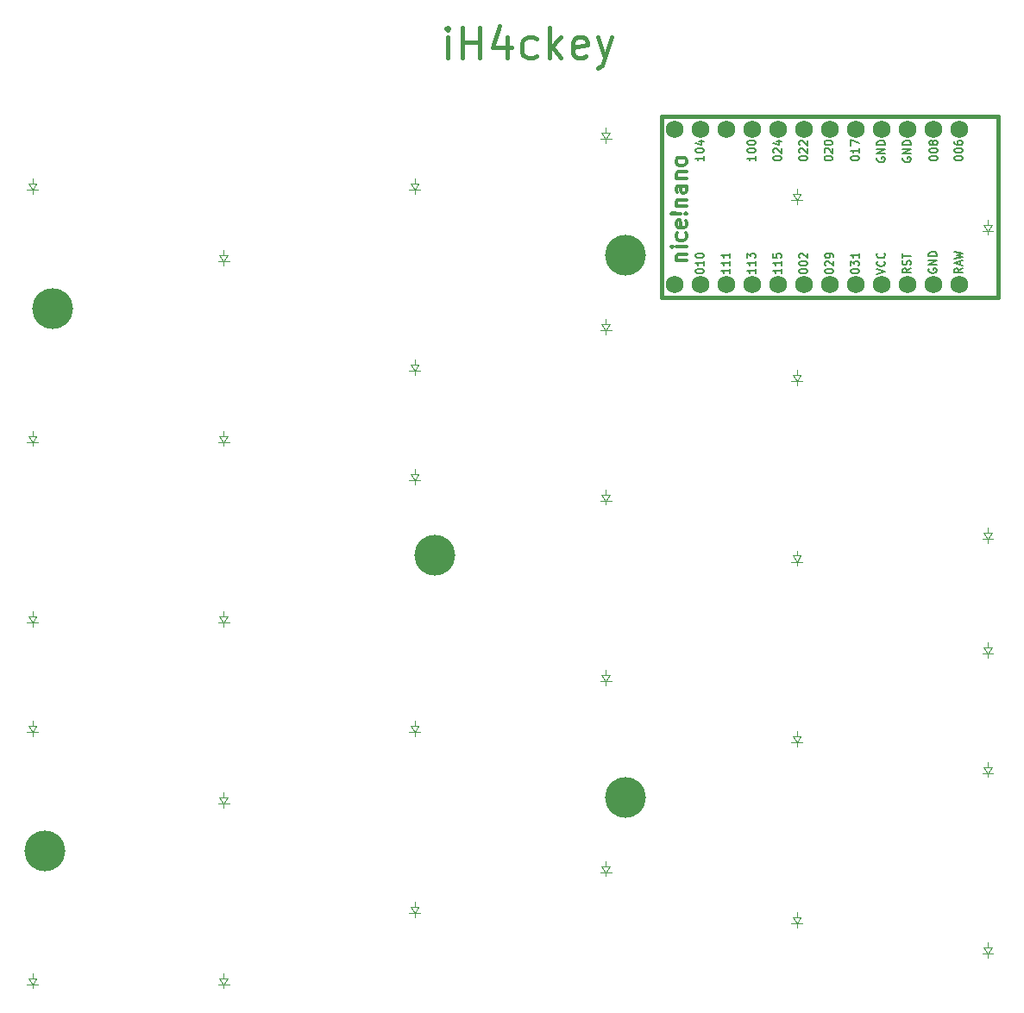
<source format=gbr>
%TF.GenerationSoftware,KiCad,Pcbnew,8.0.7*%
%TF.CreationDate,2025-01-07T16:57:54+01:00*%
%TF.ProjectId,left_finished,6c656674-5f66-4696-9e69-736865642e6b,v1.0.0*%
%TF.SameCoordinates,Original*%
%TF.FileFunction,Legend,Top*%
%TF.FilePolarity,Positive*%
%FSLAX46Y46*%
G04 Gerber Fmt 4.6, Leading zero omitted, Abs format (unit mm)*
G04 Created by KiCad (PCBNEW 8.0.7) date 2025-01-07 16:57:54*
%MOMM*%
%LPD*%
G01*
G04 APERTURE LIST*
%ADD10C,0.400000*%
%ADD11C,0.150000*%
%ADD12C,0.300000*%
%ADD13C,0.100000*%
%ADD14C,0.381000*%
%ADD15C,4.000000*%
%ADD16C,1.752600*%
G04 APERTURE END LIST*
D10*
X148527442Y-62867057D02*
X148527442Y-60867057D01*
X148527442Y-59867057D02*
X148384585Y-60009914D01*
X148384585Y-60009914D02*
X148527442Y-60152771D01*
X148527442Y-60152771D02*
X148670299Y-60009914D01*
X148670299Y-60009914D02*
X148527442Y-59867057D01*
X148527442Y-59867057D02*
X148527442Y-60152771D01*
X149956013Y-62867057D02*
X149956013Y-59867057D01*
X149956013Y-61295628D02*
X151670299Y-61295628D01*
X151670299Y-62867057D02*
X151670299Y-59867057D01*
X154384585Y-60867057D02*
X154384585Y-62867057D01*
X153670299Y-59724200D02*
X152956013Y-61867057D01*
X152956013Y-61867057D02*
X154813156Y-61867057D01*
X157241728Y-62724200D02*
X156956013Y-62867057D01*
X156956013Y-62867057D02*
X156384585Y-62867057D01*
X156384585Y-62867057D02*
X156098870Y-62724200D01*
X156098870Y-62724200D02*
X155956013Y-62581342D01*
X155956013Y-62581342D02*
X155813156Y-62295628D01*
X155813156Y-62295628D02*
X155813156Y-61438485D01*
X155813156Y-61438485D02*
X155956013Y-61152771D01*
X155956013Y-61152771D02*
X156098870Y-61009914D01*
X156098870Y-61009914D02*
X156384585Y-60867057D01*
X156384585Y-60867057D02*
X156956013Y-60867057D01*
X156956013Y-60867057D02*
X157241728Y-61009914D01*
X158527442Y-62867057D02*
X158527442Y-59867057D01*
X158813157Y-61724200D02*
X159670299Y-62867057D01*
X159670299Y-60867057D02*
X158527442Y-62009914D01*
X162098870Y-62724200D02*
X161813156Y-62867057D01*
X161813156Y-62867057D02*
X161241728Y-62867057D01*
X161241728Y-62867057D02*
X160956013Y-62724200D01*
X160956013Y-62724200D02*
X160813156Y-62438485D01*
X160813156Y-62438485D02*
X160813156Y-61295628D01*
X160813156Y-61295628D02*
X160956013Y-61009914D01*
X160956013Y-61009914D02*
X161241728Y-60867057D01*
X161241728Y-60867057D02*
X161813156Y-60867057D01*
X161813156Y-60867057D02*
X162098870Y-61009914D01*
X162098870Y-61009914D02*
X162241728Y-61295628D01*
X162241728Y-61295628D02*
X162241728Y-61581342D01*
X162241728Y-61581342D02*
X160813156Y-61867057D01*
X163241728Y-60867057D02*
X163956014Y-62867057D01*
X164670299Y-60867057D02*
X163956014Y-62867057D01*
X163956014Y-62867057D02*
X163670299Y-63581342D01*
X163670299Y-63581342D02*
X163527442Y-63724200D01*
X163527442Y-63724200D02*
X163241728Y-63867057D01*
D11*
X172882295Y-83837190D02*
X172882295Y-83761000D01*
X172882295Y-83761000D02*
X172920390Y-83684809D01*
X172920390Y-83684809D02*
X172958485Y-83646714D01*
X172958485Y-83646714D02*
X173034676Y-83608619D01*
X173034676Y-83608619D02*
X173187057Y-83570524D01*
X173187057Y-83570524D02*
X173377533Y-83570524D01*
X173377533Y-83570524D02*
X173529914Y-83608619D01*
X173529914Y-83608619D02*
X173606104Y-83646714D01*
X173606104Y-83646714D02*
X173644200Y-83684809D01*
X173644200Y-83684809D02*
X173682295Y-83761000D01*
X173682295Y-83761000D02*
X173682295Y-83837190D01*
X173682295Y-83837190D02*
X173644200Y-83913381D01*
X173644200Y-83913381D02*
X173606104Y-83951476D01*
X173606104Y-83951476D02*
X173529914Y-83989571D01*
X173529914Y-83989571D02*
X173377533Y-84027667D01*
X173377533Y-84027667D02*
X173187057Y-84027667D01*
X173187057Y-84027667D02*
X173034676Y-83989571D01*
X173034676Y-83989571D02*
X172958485Y-83951476D01*
X172958485Y-83951476D02*
X172920390Y-83913381D01*
X172920390Y-83913381D02*
X172882295Y-83837190D01*
X173682295Y-82808619D02*
X173682295Y-83265762D01*
X173682295Y-83037190D02*
X172882295Y-83037190D01*
X172882295Y-83037190D02*
X172996580Y-83113381D01*
X172996580Y-83113381D02*
X173072771Y-83189571D01*
X173072771Y-83189571D02*
X173110866Y-83265762D01*
X172882295Y-82313380D02*
X172882295Y-82237190D01*
X172882295Y-82237190D02*
X172920390Y-82160999D01*
X172920390Y-82160999D02*
X172958485Y-82122904D01*
X172958485Y-82122904D02*
X173034676Y-82084809D01*
X173034676Y-82084809D02*
X173187057Y-82046714D01*
X173187057Y-82046714D02*
X173377533Y-82046714D01*
X173377533Y-82046714D02*
X173529914Y-82084809D01*
X173529914Y-82084809D02*
X173606104Y-82122904D01*
X173606104Y-82122904D02*
X173644200Y-82160999D01*
X173644200Y-82160999D02*
X173682295Y-82237190D01*
X173682295Y-82237190D02*
X173682295Y-82313380D01*
X173682295Y-82313380D02*
X173644200Y-82389571D01*
X173644200Y-82389571D02*
X173606104Y-82427666D01*
X173606104Y-82427666D02*
X173529914Y-82465761D01*
X173529914Y-82465761D02*
X173377533Y-82503857D01*
X173377533Y-82503857D02*
X173187057Y-82503857D01*
X173187057Y-82503857D02*
X173034676Y-82465761D01*
X173034676Y-82465761D02*
X172958485Y-82427666D01*
X172958485Y-82427666D02*
X172920390Y-82389571D01*
X172920390Y-82389571D02*
X172882295Y-82313380D01*
X190700390Y-72648523D02*
X190662295Y-72724713D01*
X190662295Y-72724713D02*
X190662295Y-72838999D01*
X190662295Y-72838999D02*
X190700390Y-72953285D01*
X190700390Y-72953285D02*
X190776580Y-73029475D01*
X190776580Y-73029475D02*
X190852771Y-73067570D01*
X190852771Y-73067570D02*
X191005152Y-73105666D01*
X191005152Y-73105666D02*
X191119438Y-73105666D01*
X191119438Y-73105666D02*
X191271819Y-73067570D01*
X191271819Y-73067570D02*
X191348009Y-73029475D01*
X191348009Y-73029475D02*
X191424200Y-72953285D01*
X191424200Y-72953285D02*
X191462295Y-72838999D01*
X191462295Y-72838999D02*
X191462295Y-72762808D01*
X191462295Y-72762808D02*
X191424200Y-72648523D01*
X191424200Y-72648523D02*
X191386104Y-72610427D01*
X191386104Y-72610427D02*
X191119438Y-72610427D01*
X191119438Y-72610427D02*
X191119438Y-72762808D01*
X191462295Y-72267570D02*
X190662295Y-72267570D01*
X190662295Y-72267570D02*
X191462295Y-71810427D01*
X191462295Y-71810427D02*
X190662295Y-71810427D01*
X191462295Y-71429475D02*
X190662295Y-71429475D01*
X190662295Y-71429475D02*
X190662295Y-71238999D01*
X190662295Y-71238999D02*
X190700390Y-71124713D01*
X190700390Y-71124713D02*
X190776580Y-71048523D01*
X190776580Y-71048523D02*
X190852771Y-71010428D01*
X190852771Y-71010428D02*
X191005152Y-70972332D01*
X191005152Y-70972332D02*
X191119438Y-70972332D01*
X191119438Y-70972332D02*
X191271819Y-71010428D01*
X191271819Y-71010428D02*
X191348009Y-71048523D01*
X191348009Y-71048523D02*
X191424200Y-71124713D01*
X191424200Y-71124713D02*
X191462295Y-71238999D01*
X191462295Y-71238999D02*
X191462295Y-71429475D01*
X195812295Y-72762809D02*
X195812295Y-72686619D01*
X195812295Y-72686619D02*
X195850390Y-72610428D01*
X195850390Y-72610428D02*
X195888485Y-72572333D01*
X195888485Y-72572333D02*
X195964676Y-72534238D01*
X195964676Y-72534238D02*
X196117057Y-72496143D01*
X196117057Y-72496143D02*
X196307533Y-72496143D01*
X196307533Y-72496143D02*
X196459914Y-72534238D01*
X196459914Y-72534238D02*
X196536104Y-72572333D01*
X196536104Y-72572333D02*
X196574200Y-72610428D01*
X196574200Y-72610428D02*
X196612295Y-72686619D01*
X196612295Y-72686619D02*
X196612295Y-72762809D01*
X196612295Y-72762809D02*
X196574200Y-72839000D01*
X196574200Y-72839000D02*
X196536104Y-72877095D01*
X196536104Y-72877095D02*
X196459914Y-72915190D01*
X196459914Y-72915190D02*
X196307533Y-72953286D01*
X196307533Y-72953286D02*
X196117057Y-72953286D01*
X196117057Y-72953286D02*
X195964676Y-72915190D01*
X195964676Y-72915190D02*
X195888485Y-72877095D01*
X195888485Y-72877095D02*
X195850390Y-72839000D01*
X195850390Y-72839000D02*
X195812295Y-72762809D01*
X195812295Y-72000904D02*
X195812295Y-71924714D01*
X195812295Y-71924714D02*
X195850390Y-71848523D01*
X195850390Y-71848523D02*
X195888485Y-71810428D01*
X195888485Y-71810428D02*
X195964676Y-71772333D01*
X195964676Y-71772333D02*
X196117057Y-71734238D01*
X196117057Y-71734238D02*
X196307533Y-71734238D01*
X196307533Y-71734238D02*
X196459914Y-71772333D01*
X196459914Y-71772333D02*
X196536104Y-71810428D01*
X196536104Y-71810428D02*
X196574200Y-71848523D01*
X196574200Y-71848523D02*
X196612295Y-71924714D01*
X196612295Y-71924714D02*
X196612295Y-72000904D01*
X196612295Y-72000904D02*
X196574200Y-72077095D01*
X196574200Y-72077095D02*
X196536104Y-72115190D01*
X196536104Y-72115190D02*
X196459914Y-72153285D01*
X196459914Y-72153285D02*
X196307533Y-72191381D01*
X196307533Y-72191381D02*
X196117057Y-72191381D01*
X196117057Y-72191381D02*
X195964676Y-72153285D01*
X195964676Y-72153285D02*
X195888485Y-72115190D01*
X195888485Y-72115190D02*
X195850390Y-72077095D01*
X195850390Y-72077095D02*
X195812295Y-72000904D01*
X196155152Y-71277095D02*
X196117057Y-71353285D01*
X196117057Y-71353285D02*
X196078961Y-71391380D01*
X196078961Y-71391380D02*
X196002771Y-71429476D01*
X196002771Y-71429476D02*
X195964676Y-71429476D01*
X195964676Y-71429476D02*
X195888485Y-71391380D01*
X195888485Y-71391380D02*
X195850390Y-71353285D01*
X195850390Y-71353285D02*
X195812295Y-71277095D01*
X195812295Y-71277095D02*
X195812295Y-71124714D01*
X195812295Y-71124714D02*
X195850390Y-71048523D01*
X195850390Y-71048523D02*
X195888485Y-71010428D01*
X195888485Y-71010428D02*
X195964676Y-70972333D01*
X195964676Y-70972333D02*
X196002771Y-70972333D01*
X196002771Y-70972333D02*
X196078961Y-71010428D01*
X196078961Y-71010428D02*
X196117057Y-71048523D01*
X196117057Y-71048523D02*
X196155152Y-71124714D01*
X196155152Y-71124714D02*
X196155152Y-71277095D01*
X196155152Y-71277095D02*
X196193247Y-71353285D01*
X196193247Y-71353285D02*
X196231342Y-71391380D01*
X196231342Y-71391380D02*
X196307533Y-71429476D01*
X196307533Y-71429476D02*
X196459914Y-71429476D01*
X196459914Y-71429476D02*
X196536104Y-71391380D01*
X196536104Y-71391380D02*
X196574200Y-71353285D01*
X196574200Y-71353285D02*
X196612295Y-71277095D01*
X196612295Y-71277095D02*
X196612295Y-71124714D01*
X196612295Y-71124714D02*
X196574200Y-71048523D01*
X196574200Y-71048523D02*
X196536104Y-71010428D01*
X196536104Y-71010428D02*
X196459914Y-70972333D01*
X196459914Y-70972333D02*
X196307533Y-70972333D01*
X196307533Y-70972333D02*
X196231342Y-71010428D01*
X196231342Y-71010428D02*
X196193247Y-71048523D01*
X196193247Y-71048523D02*
X196155152Y-71124714D01*
X181302295Y-83570524D02*
X181302295Y-84027667D01*
X181302295Y-83799095D02*
X180502295Y-83799095D01*
X180502295Y-83799095D02*
X180616580Y-83875286D01*
X180616580Y-83875286D02*
X180692771Y-83951476D01*
X180692771Y-83951476D02*
X180730866Y-84027667D01*
X181302295Y-82808619D02*
X181302295Y-83265762D01*
X181302295Y-83037190D02*
X180502295Y-83037190D01*
X180502295Y-83037190D02*
X180616580Y-83113381D01*
X180616580Y-83113381D02*
X180692771Y-83189571D01*
X180692771Y-83189571D02*
X180730866Y-83265762D01*
X180502295Y-82084809D02*
X180502295Y-82465761D01*
X180502295Y-82465761D02*
X180883247Y-82503857D01*
X180883247Y-82503857D02*
X180845152Y-82465761D01*
X180845152Y-82465761D02*
X180807057Y-82389571D01*
X180807057Y-82389571D02*
X180807057Y-82199095D01*
X180807057Y-82199095D02*
X180845152Y-82122904D01*
X180845152Y-82122904D02*
X180883247Y-82084809D01*
X180883247Y-82084809D02*
X180959438Y-82046714D01*
X180959438Y-82046714D02*
X181149914Y-82046714D01*
X181149914Y-82046714D02*
X181226104Y-82084809D01*
X181226104Y-82084809D02*
X181264200Y-82122904D01*
X181264200Y-82122904D02*
X181302295Y-82199095D01*
X181302295Y-82199095D02*
X181302295Y-82389571D01*
X181302295Y-82389571D02*
X181264200Y-82465761D01*
X181264200Y-82465761D02*
X181226104Y-82503857D01*
X193240390Y-72648523D02*
X193202295Y-72724713D01*
X193202295Y-72724713D02*
X193202295Y-72838999D01*
X193202295Y-72838999D02*
X193240390Y-72953285D01*
X193240390Y-72953285D02*
X193316580Y-73029475D01*
X193316580Y-73029475D02*
X193392771Y-73067570D01*
X193392771Y-73067570D02*
X193545152Y-73105666D01*
X193545152Y-73105666D02*
X193659438Y-73105666D01*
X193659438Y-73105666D02*
X193811819Y-73067570D01*
X193811819Y-73067570D02*
X193888009Y-73029475D01*
X193888009Y-73029475D02*
X193964200Y-72953285D01*
X193964200Y-72953285D02*
X194002295Y-72838999D01*
X194002295Y-72838999D02*
X194002295Y-72762808D01*
X194002295Y-72762808D02*
X193964200Y-72648523D01*
X193964200Y-72648523D02*
X193926104Y-72610427D01*
X193926104Y-72610427D02*
X193659438Y-72610427D01*
X193659438Y-72610427D02*
X193659438Y-72762808D01*
X194002295Y-72267570D02*
X193202295Y-72267570D01*
X193202295Y-72267570D02*
X194002295Y-71810427D01*
X194002295Y-71810427D02*
X193202295Y-71810427D01*
X194002295Y-71429475D02*
X193202295Y-71429475D01*
X193202295Y-71429475D02*
X193202295Y-71238999D01*
X193202295Y-71238999D02*
X193240390Y-71124713D01*
X193240390Y-71124713D02*
X193316580Y-71048523D01*
X193316580Y-71048523D02*
X193392771Y-71010428D01*
X193392771Y-71010428D02*
X193545152Y-70972332D01*
X193545152Y-70972332D02*
X193659438Y-70972332D01*
X193659438Y-70972332D02*
X193811819Y-71010428D01*
X193811819Y-71010428D02*
X193888009Y-71048523D01*
X193888009Y-71048523D02*
X193964200Y-71124713D01*
X193964200Y-71124713D02*
X194002295Y-71238999D01*
X194002295Y-71238999D02*
X194002295Y-71429475D01*
X185582295Y-83837190D02*
X185582295Y-83761000D01*
X185582295Y-83761000D02*
X185620390Y-83684809D01*
X185620390Y-83684809D02*
X185658485Y-83646714D01*
X185658485Y-83646714D02*
X185734676Y-83608619D01*
X185734676Y-83608619D02*
X185887057Y-83570524D01*
X185887057Y-83570524D02*
X186077533Y-83570524D01*
X186077533Y-83570524D02*
X186229914Y-83608619D01*
X186229914Y-83608619D02*
X186306104Y-83646714D01*
X186306104Y-83646714D02*
X186344200Y-83684809D01*
X186344200Y-83684809D02*
X186382295Y-83761000D01*
X186382295Y-83761000D02*
X186382295Y-83837190D01*
X186382295Y-83837190D02*
X186344200Y-83913381D01*
X186344200Y-83913381D02*
X186306104Y-83951476D01*
X186306104Y-83951476D02*
X186229914Y-83989571D01*
X186229914Y-83989571D02*
X186077533Y-84027667D01*
X186077533Y-84027667D02*
X185887057Y-84027667D01*
X185887057Y-84027667D02*
X185734676Y-83989571D01*
X185734676Y-83989571D02*
X185658485Y-83951476D01*
X185658485Y-83951476D02*
X185620390Y-83913381D01*
X185620390Y-83913381D02*
X185582295Y-83837190D01*
X185658485Y-83265762D02*
X185620390Y-83227666D01*
X185620390Y-83227666D02*
X185582295Y-83151476D01*
X185582295Y-83151476D02*
X185582295Y-82961000D01*
X185582295Y-82961000D02*
X185620390Y-82884809D01*
X185620390Y-82884809D02*
X185658485Y-82846714D01*
X185658485Y-82846714D02*
X185734676Y-82808619D01*
X185734676Y-82808619D02*
X185810866Y-82808619D01*
X185810866Y-82808619D02*
X185925152Y-82846714D01*
X185925152Y-82846714D02*
X186382295Y-83303857D01*
X186382295Y-83303857D02*
X186382295Y-82808619D01*
X186382295Y-82427666D02*
X186382295Y-82275285D01*
X186382295Y-82275285D02*
X186344200Y-82199095D01*
X186344200Y-82199095D02*
X186306104Y-82160999D01*
X186306104Y-82160999D02*
X186191819Y-82084809D01*
X186191819Y-82084809D02*
X186039438Y-82046714D01*
X186039438Y-82046714D02*
X185734676Y-82046714D01*
X185734676Y-82046714D02*
X185658485Y-82084809D01*
X185658485Y-82084809D02*
X185620390Y-82122904D01*
X185620390Y-82122904D02*
X185582295Y-82199095D01*
X185582295Y-82199095D02*
X185582295Y-82351476D01*
X185582295Y-82351476D02*
X185620390Y-82427666D01*
X185620390Y-82427666D02*
X185658485Y-82465761D01*
X185658485Y-82465761D02*
X185734676Y-82503857D01*
X185734676Y-82503857D02*
X185925152Y-82503857D01*
X185925152Y-82503857D02*
X186001342Y-82465761D01*
X186001342Y-82465761D02*
X186039438Y-82427666D01*
X186039438Y-82427666D02*
X186077533Y-82351476D01*
X186077533Y-82351476D02*
X186077533Y-82199095D01*
X186077533Y-82199095D02*
X186039438Y-82122904D01*
X186039438Y-82122904D02*
X186001342Y-82084809D01*
X186001342Y-82084809D02*
X185925152Y-82046714D01*
D12*
X170966328Y-82789714D02*
X171966328Y-82789714D01*
X171109185Y-82789714D02*
X171037757Y-82718285D01*
X171037757Y-82718285D02*
X170966328Y-82575428D01*
X170966328Y-82575428D02*
X170966328Y-82361142D01*
X170966328Y-82361142D02*
X171037757Y-82218285D01*
X171037757Y-82218285D02*
X171180614Y-82146857D01*
X171180614Y-82146857D02*
X171966328Y-82146857D01*
X171966328Y-81432571D02*
X170966328Y-81432571D01*
X170466328Y-81432571D02*
X170537757Y-81503999D01*
X170537757Y-81503999D02*
X170609185Y-81432571D01*
X170609185Y-81432571D02*
X170537757Y-81361142D01*
X170537757Y-81361142D02*
X170466328Y-81432571D01*
X170466328Y-81432571D02*
X170609185Y-81432571D01*
X171894900Y-80075428D02*
X171966328Y-80218285D01*
X171966328Y-80218285D02*
X171966328Y-80503999D01*
X171966328Y-80503999D02*
X171894900Y-80646856D01*
X171894900Y-80646856D02*
X171823471Y-80718285D01*
X171823471Y-80718285D02*
X171680614Y-80789713D01*
X171680614Y-80789713D02*
X171252042Y-80789713D01*
X171252042Y-80789713D02*
X171109185Y-80718285D01*
X171109185Y-80718285D02*
X171037757Y-80646856D01*
X171037757Y-80646856D02*
X170966328Y-80503999D01*
X170966328Y-80503999D02*
X170966328Y-80218285D01*
X170966328Y-80218285D02*
X171037757Y-80075428D01*
X171894900Y-78861142D02*
X171966328Y-79003999D01*
X171966328Y-79003999D02*
X171966328Y-79289714D01*
X171966328Y-79289714D02*
X171894900Y-79432571D01*
X171894900Y-79432571D02*
X171752042Y-79503999D01*
X171752042Y-79503999D02*
X171180614Y-79503999D01*
X171180614Y-79503999D02*
X171037757Y-79432571D01*
X171037757Y-79432571D02*
X170966328Y-79289714D01*
X170966328Y-79289714D02*
X170966328Y-79003999D01*
X170966328Y-79003999D02*
X171037757Y-78861142D01*
X171037757Y-78861142D02*
X171180614Y-78789714D01*
X171180614Y-78789714D02*
X171323471Y-78789714D01*
X171323471Y-78789714D02*
X171466328Y-79503999D01*
X171823471Y-78146857D02*
X171894900Y-78075428D01*
X171894900Y-78075428D02*
X171966328Y-78146857D01*
X171966328Y-78146857D02*
X171894900Y-78218285D01*
X171894900Y-78218285D02*
X171823471Y-78146857D01*
X171823471Y-78146857D02*
X171966328Y-78146857D01*
X171394900Y-78146857D02*
X170537757Y-78218285D01*
X170537757Y-78218285D02*
X170466328Y-78146857D01*
X170466328Y-78146857D02*
X170537757Y-78075428D01*
X170537757Y-78075428D02*
X171394900Y-78146857D01*
X171394900Y-78146857D02*
X170466328Y-78146857D01*
X170966328Y-77432571D02*
X171966328Y-77432571D01*
X171109185Y-77432571D02*
X171037757Y-77361142D01*
X171037757Y-77361142D02*
X170966328Y-77218285D01*
X170966328Y-77218285D02*
X170966328Y-77003999D01*
X170966328Y-77003999D02*
X171037757Y-76861142D01*
X171037757Y-76861142D02*
X171180614Y-76789714D01*
X171180614Y-76789714D02*
X171966328Y-76789714D01*
X171966328Y-75432571D02*
X171180614Y-75432571D01*
X171180614Y-75432571D02*
X171037757Y-75503999D01*
X171037757Y-75503999D02*
X170966328Y-75646856D01*
X170966328Y-75646856D02*
X170966328Y-75932571D01*
X170966328Y-75932571D02*
X171037757Y-76075428D01*
X171894900Y-75432571D02*
X171966328Y-75575428D01*
X171966328Y-75575428D02*
X171966328Y-75932571D01*
X171966328Y-75932571D02*
X171894900Y-76075428D01*
X171894900Y-76075428D02*
X171752042Y-76146856D01*
X171752042Y-76146856D02*
X171609185Y-76146856D01*
X171609185Y-76146856D02*
X171466328Y-76075428D01*
X171466328Y-76075428D02*
X171394900Y-75932571D01*
X171394900Y-75932571D02*
X171394900Y-75575428D01*
X171394900Y-75575428D02*
X171323471Y-75432571D01*
X170966328Y-74718285D02*
X171966328Y-74718285D01*
X171109185Y-74718285D02*
X171037757Y-74646856D01*
X171037757Y-74646856D02*
X170966328Y-74503999D01*
X170966328Y-74503999D02*
X170966328Y-74289713D01*
X170966328Y-74289713D02*
X171037757Y-74146856D01*
X171037757Y-74146856D02*
X171180614Y-74075428D01*
X171180614Y-74075428D02*
X171966328Y-74075428D01*
X171966328Y-73146856D02*
X171894900Y-73289713D01*
X171894900Y-73289713D02*
X171823471Y-73361142D01*
X171823471Y-73361142D02*
X171680614Y-73432570D01*
X171680614Y-73432570D02*
X171252042Y-73432570D01*
X171252042Y-73432570D02*
X171109185Y-73361142D01*
X171109185Y-73361142D02*
X171037757Y-73289713D01*
X171037757Y-73289713D02*
X170966328Y-73146856D01*
X170966328Y-73146856D02*
X170966328Y-72932570D01*
X170966328Y-72932570D02*
X171037757Y-72789713D01*
X171037757Y-72789713D02*
X171109185Y-72718285D01*
X171109185Y-72718285D02*
X171252042Y-72646856D01*
X171252042Y-72646856D02*
X171680614Y-72646856D01*
X171680614Y-72646856D02*
X171823471Y-72718285D01*
X171823471Y-72718285D02*
X171894900Y-72789713D01*
X171894900Y-72789713D02*
X171966328Y-72932570D01*
X171966328Y-72932570D02*
X171966328Y-73146856D01*
D11*
X183042295Y-83837190D02*
X183042295Y-83761000D01*
X183042295Y-83761000D02*
X183080390Y-83684809D01*
X183080390Y-83684809D02*
X183118485Y-83646714D01*
X183118485Y-83646714D02*
X183194676Y-83608619D01*
X183194676Y-83608619D02*
X183347057Y-83570524D01*
X183347057Y-83570524D02*
X183537533Y-83570524D01*
X183537533Y-83570524D02*
X183689914Y-83608619D01*
X183689914Y-83608619D02*
X183766104Y-83646714D01*
X183766104Y-83646714D02*
X183804200Y-83684809D01*
X183804200Y-83684809D02*
X183842295Y-83761000D01*
X183842295Y-83761000D02*
X183842295Y-83837190D01*
X183842295Y-83837190D02*
X183804200Y-83913381D01*
X183804200Y-83913381D02*
X183766104Y-83951476D01*
X183766104Y-83951476D02*
X183689914Y-83989571D01*
X183689914Y-83989571D02*
X183537533Y-84027667D01*
X183537533Y-84027667D02*
X183347057Y-84027667D01*
X183347057Y-84027667D02*
X183194676Y-83989571D01*
X183194676Y-83989571D02*
X183118485Y-83951476D01*
X183118485Y-83951476D02*
X183080390Y-83913381D01*
X183080390Y-83913381D02*
X183042295Y-83837190D01*
X183042295Y-83075285D02*
X183042295Y-82999095D01*
X183042295Y-82999095D02*
X183080390Y-82922904D01*
X183080390Y-82922904D02*
X183118485Y-82884809D01*
X183118485Y-82884809D02*
X183194676Y-82846714D01*
X183194676Y-82846714D02*
X183347057Y-82808619D01*
X183347057Y-82808619D02*
X183537533Y-82808619D01*
X183537533Y-82808619D02*
X183689914Y-82846714D01*
X183689914Y-82846714D02*
X183766104Y-82884809D01*
X183766104Y-82884809D02*
X183804200Y-82922904D01*
X183804200Y-82922904D02*
X183842295Y-82999095D01*
X183842295Y-82999095D02*
X183842295Y-83075285D01*
X183842295Y-83075285D02*
X183804200Y-83151476D01*
X183804200Y-83151476D02*
X183766104Y-83189571D01*
X183766104Y-83189571D02*
X183689914Y-83227666D01*
X183689914Y-83227666D02*
X183537533Y-83265762D01*
X183537533Y-83265762D02*
X183347057Y-83265762D01*
X183347057Y-83265762D02*
X183194676Y-83227666D01*
X183194676Y-83227666D02*
X183118485Y-83189571D01*
X183118485Y-83189571D02*
X183080390Y-83151476D01*
X183080390Y-83151476D02*
X183042295Y-83075285D01*
X183118485Y-82503857D02*
X183080390Y-82465761D01*
X183080390Y-82465761D02*
X183042295Y-82389571D01*
X183042295Y-82389571D02*
X183042295Y-82199095D01*
X183042295Y-82199095D02*
X183080390Y-82122904D01*
X183080390Y-82122904D02*
X183118485Y-82084809D01*
X183118485Y-82084809D02*
X183194676Y-82046714D01*
X183194676Y-82046714D02*
X183270866Y-82046714D01*
X183270866Y-82046714D02*
X183385152Y-82084809D01*
X183385152Y-82084809D02*
X183842295Y-82541952D01*
X183842295Y-82541952D02*
X183842295Y-82046714D01*
X194002295Y-83526094D02*
X193621342Y-83792761D01*
X194002295Y-83983237D02*
X193202295Y-83983237D01*
X193202295Y-83983237D02*
X193202295Y-83678475D01*
X193202295Y-83678475D02*
X193240390Y-83602285D01*
X193240390Y-83602285D02*
X193278485Y-83564190D01*
X193278485Y-83564190D02*
X193354676Y-83526094D01*
X193354676Y-83526094D02*
X193468961Y-83526094D01*
X193468961Y-83526094D02*
X193545152Y-83564190D01*
X193545152Y-83564190D02*
X193583247Y-83602285D01*
X193583247Y-83602285D02*
X193621342Y-83678475D01*
X193621342Y-83678475D02*
X193621342Y-83983237D01*
X193964200Y-83221333D02*
X194002295Y-83107047D01*
X194002295Y-83107047D02*
X194002295Y-82916571D01*
X194002295Y-82916571D02*
X193964200Y-82840380D01*
X193964200Y-82840380D02*
X193926104Y-82802285D01*
X193926104Y-82802285D02*
X193849914Y-82764190D01*
X193849914Y-82764190D02*
X193773723Y-82764190D01*
X193773723Y-82764190D02*
X193697533Y-82802285D01*
X193697533Y-82802285D02*
X193659438Y-82840380D01*
X193659438Y-82840380D02*
X193621342Y-82916571D01*
X193621342Y-82916571D02*
X193583247Y-83068952D01*
X193583247Y-83068952D02*
X193545152Y-83145142D01*
X193545152Y-83145142D02*
X193507057Y-83183237D01*
X193507057Y-83183237D02*
X193430866Y-83221333D01*
X193430866Y-83221333D02*
X193354676Y-83221333D01*
X193354676Y-83221333D02*
X193278485Y-83183237D01*
X193278485Y-83183237D02*
X193240390Y-83145142D01*
X193240390Y-83145142D02*
X193202295Y-83068952D01*
X193202295Y-83068952D02*
X193202295Y-82878475D01*
X193202295Y-82878475D02*
X193240390Y-82764190D01*
X193202295Y-82535618D02*
X193202295Y-82078475D01*
X194002295Y-82307047D02*
X193202295Y-82307047D01*
X188122295Y-83837190D02*
X188122295Y-83761000D01*
X188122295Y-83761000D02*
X188160390Y-83684809D01*
X188160390Y-83684809D02*
X188198485Y-83646714D01*
X188198485Y-83646714D02*
X188274676Y-83608619D01*
X188274676Y-83608619D02*
X188427057Y-83570524D01*
X188427057Y-83570524D02*
X188617533Y-83570524D01*
X188617533Y-83570524D02*
X188769914Y-83608619D01*
X188769914Y-83608619D02*
X188846104Y-83646714D01*
X188846104Y-83646714D02*
X188884200Y-83684809D01*
X188884200Y-83684809D02*
X188922295Y-83761000D01*
X188922295Y-83761000D02*
X188922295Y-83837190D01*
X188922295Y-83837190D02*
X188884200Y-83913381D01*
X188884200Y-83913381D02*
X188846104Y-83951476D01*
X188846104Y-83951476D02*
X188769914Y-83989571D01*
X188769914Y-83989571D02*
X188617533Y-84027667D01*
X188617533Y-84027667D02*
X188427057Y-84027667D01*
X188427057Y-84027667D02*
X188274676Y-83989571D01*
X188274676Y-83989571D02*
X188198485Y-83951476D01*
X188198485Y-83951476D02*
X188160390Y-83913381D01*
X188160390Y-83913381D02*
X188122295Y-83837190D01*
X188122295Y-83303857D02*
X188122295Y-82808619D01*
X188122295Y-82808619D02*
X188427057Y-83075285D01*
X188427057Y-83075285D02*
X188427057Y-82961000D01*
X188427057Y-82961000D02*
X188465152Y-82884809D01*
X188465152Y-82884809D02*
X188503247Y-82846714D01*
X188503247Y-82846714D02*
X188579438Y-82808619D01*
X188579438Y-82808619D02*
X188769914Y-82808619D01*
X188769914Y-82808619D02*
X188846104Y-82846714D01*
X188846104Y-82846714D02*
X188884200Y-82884809D01*
X188884200Y-82884809D02*
X188922295Y-82961000D01*
X188922295Y-82961000D02*
X188922295Y-83189571D01*
X188922295Y-83189571D02*
X188884200Y-83265762D01*
X188884200Y-83265762D02*
X188846104Y-83303857D01*
X188922295Y-82046714D02*
X188922295Y-82503857D01*
X188922295Y-82275285D02*
X188122295Y-82275285D01*
X188122295Y-82275285D02*
X188236580Y-82351476D01*
X188236580Y-82351476D02*
X188312771Y-82427666D01*
X188312771Y-82427666D02*
X188350866Y-82503857D01*
X188112295Y-72762809D02*
X188112295Y-72686619D01*
X188112295Y-72686619D02*
X188150390Y-72610428D01*
X188150390Y-72610428D02*
X188188485Y-72572333D01*
X188188485Y-72572333D02*
X188264676Y-72534238D01*
X188264676Y-72534238D02*
X188417057Y-72496143D01*
X188417057Y-72496143D02*
X188607533Y-72496143D01*
X188607533Y-72496143D02*
X188759914Y-72534238D01*
X188759914Y-72534238D02*
X188836104Y-72572333D01*
X188836104Y-72572333D02*
X188874200Y-72610428D01*
X188874200Y-72610428D02*
X188912295Y-72686619D01*
X188912295Y-72686619D02*
X188912295Y-72762809D01*
X188912295Y-72762809D02*
X188874200Y-72839000D01*
X188874200Y-72839000D02*
X188836104Y-72877095D01*
X188836104Y-72877095D02*
X188759914Y-72915190D01*
X188759914Y-72915190D02*
X188607533Y-72953286D01*
X188607533Y-72953286D02*
X188417057Y-72953286D01*
X188417057Y-72953286D02*
X188264676Y-72915190D01*
X188264676Y-72915190D02*
X188188485Y-72877095D01*
X188188485Y-72877095D02*
X188150390Y-72839000D01*
X188150390Y-72839000D02*
X188112295Y-72762809D01*
X188912295Y-71734238D02*
X188912295Y-72191381D01*
X188912295Y-71962809D02*
X188112295Y-71962809D01*
X188112295Y-71962809D02*
X188226580Y-72039000D01*
X188226580Y-72039000D02*
X188302771Y-72115190D01*
X188302771Y-72115190D02*
X188340866Y-72191381D01*
X188112295Y-71467571D02*
X188112295Y-70934237D01*
X188112295Y-70934237D02*
X188912295Y-71277095D01*
X183012295Y-72762809D02*
X183012295Y-72686619D01*
X183012295Y-72686619D02*
X183050390Y-72610428D01*
X183050390Y-72610428D02*
X183088485Y-72572333D01*
X183088485Y-72572333D02*
X183164676Y-72534238D01*
X183164676Y-72534238D02*
X183317057Y-72496143D01*
X183317057Y-72496143D02*
X183507533Y-72496143D01*
X183507533Y-72496143D02*
X183659914Y-72534238D01*
X183659914Y-72534238D02*
X183736104Y-72572333D01*
X183736104Y-72572333D02*
X183774200Y-72610428D01*
X183774200Y-72610428D02*
X183812295Y-72686619D01*
X183812295Y-72686619D02*
X183812295Y-72762809D01*
X183812295Y-72762809D02*
X183774200Y-72839000D01*
X183774200Y-72839000D02*
X183736104Y-72877095D01*
X183736104Y-72877095D02*
X183659914Y-72915190D01*
X183659914Y-72915190D02*
X183507533Y-72953286D01*
X183507533Y-72953286D02*
X183317057Y-72953286D01*
X183317057Y-72953286D02*
X183164676Y-72915190D01*
X183164676Y-72915190D02*
X183088485Y-72877095D01*
X183088485Y-72877095D02*
X183050390Y-72839000D01*
X183050390Y-72839000D02*
X183012295Y-72762809D01*
X183088485Y-72191381D02*
X183050390Y-72153285D01*
X183050390Y-72153285D02*
X183012295Y-72077095D01*
X183012295Y-72077095D02*
X183012295Y-71886619D01*
X183012295Y-71886619D02*
X183050390Y-71810428D01*
X183050390Y-71810428D02*
X183088485Y-71772333D01*
X183088485Y-71772333D02*
X183164676Y-71734238D01*
X183164676Y-71734238D02*
X183240866Y-71734238D01*
X183240866Y-71734238D02*
X183355152Y-71772333D01*
X183355152Y-71772333D02*
X183812295Y-72229476D01*
X183812295Y-72229476D02*
X183812295Y-71734238D01*
X183088485Y-71429476D02*
X183050390Y-71391380D01*
X183050390Y-71391380D02*
X183012295Y-71315190D01*
X183012295Y-71315190D02*
X183012295Y-71124714D01*
X183012295Y-71124714D02*
X183050390Y-71048523D01*
X183050390Y-71048523D02*
X183088485Y-71010428D01*
X183088485Y-71010428D02*
X183164676Y-70972333D01*
X183164676Y-70972333D02*
X183240866Y-70972333D01*
X183240866Y-70972333D02*
X183355152Y-71010428D01*
X183355152Y-71010428D02*
X183812295Y-71467571D01*
X183812295Y-71467571D02*
X183812295Y-70972333D01*
X178762295Y-83570524D02*
X178762295Y-84027667D01*
X178762295Y-83799095D02*
X177962295Y-83799095D01*
X177962295Y-83799095D02*
X178076580Y-83875286D01*
X178076580Y-83875286D02*
X178152771Y-83951476D01*
X178152771Y-83951476D02*
X178190866Y-84027667D01*
X178762295Y-82808619D02*
X178762295Y-83265762D01*
X178762295Y-83037190D02*
X177962295Y-83037190D01*
X177962295Y-83037190D02*
X178076580Y-83113381D01*
X178076580Y-83113381D02*
X178152771Y-83189571D01*
X178152771Y-83189571D02*
X178190866Y-83265762D01*
X177962295Y-82541952D02*
X177962295Y-82046714D01*
X177962295Y-82046714D02*
X178267057Y-82313380D01*
X178267057Y-82313380D02*
X178267057Y-82199095D01*
X178267057Y-82199095D02*
X178305152Y-82122904D01*
X178305152Y-82122904D02*
X178343247Y-82084809D01*
X178343247Y-82084809D02*
X178419438Y-82046714D01*
X178419438Y-82046714D02*
X178609914Y-82046714D01*
X178609914Y-82046714D02*
X178686104Y-82084809D01*
X178686104Y-82084809D02*
X178724200Y-82122904D01*
X178724200Y-82122904D02*
X178762295Y-82199095D01*
X178762295Y-82199095D02*
X178762295Y-82427666D01*
X178762295Y-82427666D02*
X178724200Y-82503857D01*
X178724200Y-82503857D02*
X178686104Y-82541952D01*
X198282295Y-72762809D02*
X198282295Y-72686619D01*
X198282295Y-72686619D02*
X198320390Y-72610428D01*
X198320390Y-72610428D02*
X198358485Y-72572333D01*
X198358485Y-72572333D02*
X198434676Y-72534238D01*
X198434676Y-72534238D02*
X198587057Y-72496143D01*
X198587057Y-72496143D02*
X198777533Y-72496143D01*
X198777533Y-72496143D02*
X198929914Y-72534238D01*
X198929914Y-72534238D02*
X199006104Y-72572333D01*
X199006104Y-72572333D02*
X199044200Y-72610428D01*
X199044200Y-72610428D02*
X199082295Y-72686619D01*
X199082295Y-72686619D02*
X199082295Y-72762809D01*
X199082295Y-72762809D02*
X199044200Y-72839000D01*
X199044200Y-72839000D02*
X199006104Y-72877095D01*
X199006104Y-72877095D02*
X198929914Y-72915190D01*
X198929914Y-72915190D02*
X198777533Y-72953286D01*
X198777533Y-72953286D02*
X198587057Y-72953286D01*
X198587057Y-72953286D02*
X198434676Y-72915190D01*
X198434676Y-72915190D02*
X198358485Y-72877095D01*
X198358485Y-72877095D02*
X198320390Y-72839000D01*
X198320390Y-72839000D02*
X198282295Y-72762809D01*
X198282295Y-72000904D02*
X198282295Y-71924714D01*
X198282295Y-71924714D02*
X198320390Y-71848523D01*
X198320390Y-71848523D02*
X198358485Y-71810428D01*
X198358485Y-71810428D02*
X198434676Y-71772333D01*
X198434676Y-71772333D02*
X198587057Y-71734238D01*
X198587057Y-71734238D02*
X198777533Y-71734238D01*
X198777533Y-71734238D02*
X198929914Y-71772333D01*
X198929914Y-71772333D02*
X199006104Y-71810428D01*
X199006104Y-71810428D02*
X199044200Y-71848523D01*
X199044200Y-71848523D02*
X199082295Y-71924714D01*
X199082295Y-71924714D02*
X199082295Y-72000904D01*
X199082295Y-72000904D02*
X199044200Y-72077095D01*
X199044200Y-72077095D02*
X199006104Y-72115190D01*
X199006104Y-72115190D02*
X198929914Y-72153285D01*
X198929914Y-72153285D02*
X198777533Y-72191381D01*
X198777533Y-72191381D02*
X198587057Y-72191381D01*
X198587057Y-72191381D02*
X198434676Y-72153285D01*
X198434676Y-72153285D02*
X198358485Y-72115190D01*
X198358485Y-72115190D02*
X198320390Y-72077095D01*
X198320390Y-72077095D02*
X198282295Y-72000904D01*
X198282295Y-71048523D02*
X198282295Y-71200904D01*
X198282295Y-71200904D02*
X198320390Y-71277095D01*
X198320390Y-71277095D02*
X198358485Y-71315190D01*
X198358485Y-71315190D02*
X198472771Y-71391380D01*
X198472771Y-71391380D02*
X198625152Y-71429476D01*
X198625152Y-71429476D02*
X198929914Y-71429476D01*
X198929914Y-71429476D02*
X199006104Y-71391380D01*
X199006104Y-71391380D02*
X199044200Y-71353285D01*
X199044200Y-71353285D02*
X199082295Y-71277095D01*
X199082295Y-71277095D02*
X199082295Y-71124714D01*
X199082295Y-71124714D02*
X199044200Y-71048523D01*
X199044200Y-71048523D02*
X199006104Y-71010428D01*
X199006104Y-71010428D02*
X198929914Y-70972333D01*
X198929914Y-70972333D02*
X198739438Y-70972333D01*
X198739438Y-70972333D02*
X198663247Y-71010428D01*
X198663247Y-71010428D02*
X198625152Y-71048523D01*
X198625152Y-71048523D02*
X198587057Y-71124714D01*
X198587057Y-71124714D02*
X198587057Y-71277095D01*
X198587057Y-71277095D02*
X198625152Y-71353285D01*
X198625152Y-71353285D02*
X198663247Y-71391380D01*
X198663247Y-71391380D02*
X198739438Y-71429476D01*
X180502295Y-72762809D02*
X180502295Y-72686619D01*
X180502295Y-72686619D02*
X180540390Y-72610428D01*
X180540390Y-72610428D02*
X180578485Y-72572333D01*
X180578485Y-72572333D02*
X180654676Y-72534238D01*
X180654676Y-72534238D02*
X180807057Y-72496143D01*
X180807057Y-72496143D02*
X180997533Y-72496143D01*
X180997533Y-72496143D02*
X181149914Y-72534238D01*
X181149914Y-72534238D02*
X181226104Y-72572333D01*
X181226104Y-72572333D02*
X181264200Y-72610428D01*
X181264200Y-72610428D02*
X181302295Y-72686619D01*
X181302295Y-72686619D02*
X181302295Y-72762809D01*
X181302295Y-72762809D02*
X181264200Y-72839000D01*
X181264200Y-72839000D02*
X181226104Y-72877095D01*
X181226104Y-72877095D02*
X181149914Y-72915190D01*
X181149914Y-72915190D02*
X180997533Y-72953286D01*
X180997533Y-72953286D02*
X180807057Y-72953286D01*
X180807057Y-72953286D02*
X180654676Y-72915190D01*
X180654676Y-72915190D02*
X180578485Y-72877095D01*
X180578485Y-72877095D02*
X180540390Y-72839000D01*
X180540390Y-72839000D02*
X180502295Y-72762809D01*
X180578485Y-72191381D02*
X180540390Y-72153285D01*
X180540390Y-72153285D02*
X180502295Y-72077095D01*
X180502295Y-72077095D02*
X180502295Y-71886619D01*
X180502295Y-71886619D02*
X180540390Y-71810428D01*
X180540390Y-71810428D02*
X180578485Y-71772333D01*
X180578485Y-71772333D02*
X180654676Y-71734238D01*
X180654676Y-71734238D02*
X180730866Y-71734238D01*
X180730866Y-71734238D02*
X180845152Y-71772333D01*
X180845152Y-71772333D02*
X181302295Y-72229476D01*
X181302295Y-72229476D02*
X181302295Y-71734238D01*
X180768961Y-71048523D02*
X181302295Y-71048523D01*
X180464200Y-71238999D02*
X181035628Y-71429476D01*
X181035628Y-71429476D02*
X181035628Y-70934237D01*
X178762295Y-72496143D02*
X178762295Y-72953286D01*
X178762295Y-72724714D02*
X177962295Y-72724714D01*
X177962295Y-72724714D02*
X178076580Y-72800905D01*
X178076580Y-72800905D02*
X178152771Y-72877095D01*
X178152771Y-72877095D02*
X178190866Y-72953286D01*
X177962295Y-72000904D02*
X177962295Y-71924714D01*
X177962295Y-71924714D02*
X178000390Y-71848523D01*
X178000390Y-71848523D02*
X178038485Y-71810428D01*
X178038485Y-71810428D02*
X178114676Y-71772333D01*
X178114676Y-71772333D02*
X178267057Y-71734238D01*
X178267057Y-71734238D02*
X178457533Y-71734238D01*
X178457533Y-71734238D02*
X178609914Y-71772333D01*
X178609914Y-71772333D02*
X178686104Y-71810428D01*
X178686104Y-71810428D02*
X178724200Y-71848523D01*
X178724200Y-71848523D02*
X178762295Y-71924714D01*
X178762295Y-71924714D02*
X178762295Y-72000904D01*
X178762295Y-72000904D02*
X178724200Y-72077095D01*
X178724200Y-72077095D02*
X178686104Y-72115190D01*
X178686104Y-72115190D02*
X178609914Y-72153285D01*
X178609914Y-72153285D02*
X178457533Y-72191381D01*
X178457533Y-72191381D02*
X178267057Y-72191381D01*
X178267057Y-72191381D02*
X178114676Y-72153285D01*
X178114676Y-72153285D02*
X178038485Y-72115190D01*
X178038485Y-72115190D02*
X178000390Y-72077095D01*
X178000390Y-72077095D02*
X177962295Y-72000904D01*
X177962295Y-71238999D02*
X177962295Y-71162809D01*
X177962295Y-71162809D02*
X178000390Y-71086618D01*
X178000390Y-71086618D02*
X178038485Y-71048523D01*
X178038485Y-71048523D02*
X178114676Y-71010428D01*
X178114676Y-71010428D02*
X178267057Y-70972333D01*
X178267057Y-70972333D02*
X178457533Y-70972333D01*
X178457533Y-70972333D02*
X178609914Y-71010428D01*
X178609914Y-71010428D02*
X178686104Y-71048523D01*
X178686104Y-71048523D02*
X178724200Y-71086618D01*
X178724200Y-71086618D02*
X178762295Y-71162809D01*
X178762295Y-71162809D02*
X178762295Y-71238999D01*
X178762295Y-71238999D02*
X178724200Y-71315190D01*
X178724200Y-71315190D02*
X178686104Y-71353285D01*
X178686104Y-71353285D02*
X178609914Y-71391380D01*
X178609914Y-71391380D02*
X178457533Y-71429476D01*
X178457533Y-71429476D02*
X178267057Y-71429476D01*
X178267057Y-71429476D02*
X178114676Y-71391380D01*
X178114676Y-71391380D02*
X178038485Y-71353285D01*
X178038485Y-71353285D02*
X178000390Y-71315190D01*
X178000390Y-71315190D02*
X177962295Y-71238999D01*
X199082295Y-83526095D02*
X198701342Y-83792762D01*
X199082295Y-83983238D02*
X198282295Y-83983238D01*
X198282295Y-83983238D02*
X198282295Y-83678476D01*
X198282295Y-83678476D02*
X198320390Y-83602286D01*
X198320390Y-83602286D02*
X198358485Y-83564191D01*
X198358485Y-83564191D02*
X198434676Y-83526095D01*
X198434676Y-83526095D02*
X198548961Y-83526095D01*
X198548961Y-83526095D02*
X198625152Y-83564191D01*
X198625152Y-83564191D02*
X198663247Y-83602286D01*
X198663247Y-83602286D02*
X198701342Y-83678476D01*
X198701342Y-83678476D02*
X198701342Y-83983238D01*
X198853723Y-83221334D02*
X198853723Y-82840381D01*
X199082295Y-83297524D02*
X198282295Y-83030857D01*
X198282295Y-83030857D02*
X199082295Y-82764191D01*
X198282295Y-82573715D02*
X199082295Y-82383239D01*
X199082295Y-82383239D02*
X198510866Y-82230858D01*
X198510866Y-82230858D02*
X199082295Y-82078477D01*
X199082295Y-82078477D02*
X198282295Y-81888001D01*
X185512295Y-72762809D02*
X185512295Y-72686619D01*
X185512295Y-72686619D02*
X185550390Y-72610428D01*
X185550390Y-72610428D02*
X185588485Y-72572333D01*
X185588485Y-72572333D02*
X185664676Y-72534238D01*
X185664676Y-72534238D02*
X185817057Y-72496143D01*
X185817057Y-72496143D02*
X186007533Y-72496143D01*
X186007533Y-72496143D02*
X186159914Y-72534238D01*
X186159914Y-72534238D02*
X186236104Y-72572333D01*
X186236104Y-72572333D02*
X186274200Y-72610428D01*
X186274200Y-72610428D02*
X186312295Y-72686619D01*
X186312295Y-72686619D02*
X186312295Y-72762809D01*
X186312295Y-72762809D02*
X186274200Y-72839000D01*
X186274200Y-72839000D02*
X186236104Y-72877095D01*
X186236104Y-72877095D02*
X186159914Y-72915190D01*
X186159914Y-72915190D02*
X186007533Y-72953286D01*
X186007533Y-72953286D02*
X185817057Y-72953286D01*
X185817057Y-72953286D02*
X185664676Y-72915190D01*
X185664676Y-72915190D02*
X185588485Y-72877095D01*
X185588485Y-72877095D02*
X185550390Y-72839000D01*
X185550390Y-72839000D02*
X185512295Y-72762809D01*
X185588485Y-72191381D02*
X185550390Y-72153285D01*
X185550390Y-72153285D02*
X185512295Y-72077095D01*
X185512295Y-72077095D02*
X185512295Y-71886619D01*
X185512295Y-71886619D02*
X185550390Y-71810428D01*
X185550390Y-71810428D02*
X185588485Y-71772333D01*
X185588485Y-71772333D02*
X185664676Y-71734238D01*
X185664676Y-71734238D02*
X185740866Y-71734238D01*
X185740866Y-71734238D02*
X185855152Y-71772333D01*
X185855152Y-71772333D02*
X186312295Y-72229476D01*
X186312295Y-72229476D02*
X186312295Y-71734238D01*
X185512295Y-71238999D02*
X185512295Y-71162809D01*
X185512295Y-71162809D02*
X185550390Y-71086618D01*
X185550390Y-71086618D02*
X185588485Y-71048523D01*
X185588485Y-71048523D02*
X185664676Y-71010428D01*
X185664676Y-71010428D02*
X185817057Y-70972333D01*
X185817057Y-70972333D02*
X186007533Y-70972333D01*
X186007533Y-70972333D02*
X186159914Y-71010428D01*
X186159914Y-71010428D02*
X186236104Y-71048523D01*
X186236104Y-71048523D02*
X186274200Y-71086618D01*
X186274200Y-71086618D02*
X186312295Y-71162809D01*
X186312295Y-71162809D02*
X186312295Y-71238999D01*
X186312295Y-71238999D02*
X186274200Y-71315190D01*
X186274200Y-71315190D02*
X186236104Y-71353285D01*
X186236104Y-71353285D02*
X186159914Y-71391380D01*
X186159914Y-71391380D02*
X186007533Y-71429476D01*
X186007533Y-71429476D02*
X185817057Y-71429476D01*
X185817057Y-71429476D02*
X185664676Y-71391380D01*
X185664676Y-71391380D02*
X185588485Y-71353285D01*
X185588485Y-71353285D02*
X185550390Y-71315190D01*
X185550390Y-71315190D02*
X185512295Y-71238999D01*
X176222295Y-83570524D02*
X176222295Y-84027667D01*
X176222295Y-83799095D02*
X175422295Y-83799095D01*
X175422295Y-83799095D02*
X175536580Y-83875286D01*
X175536580Y-83875286D02*
X175612771Y-83951476D01*
X175612771Y-83951476D02*
X175650866Y-84027667D01*
X176222295Y-82808619D02*
X176222295Y-83265762D01*
X176222295Y-83037190D02*
X175422295Y-83037190D01*
X175422295Y-83037190D02*
X175536580Y-83113381D01*
X175536580Y-83113381D02*
X175612771Y-83189571D01*
X175612771Y-83189571D02*
X175650866Y-83265762D01*
X176222295Y-82046714D02*
X176222295Y-82503857D01*
X176222295Y-82275285D02*
X175422295Y-82275285D01*
X175422295Y-82275285D02*
X175536580Y-82351476D01*
X175536580Y-82351476D02*
X175612771Y-82427666D01*
X175612771Y-82427666D02*
X175650866Y-82503857D01*
X190662295Y-84103857D02*
X191462295Y-83837190D01*
X191462295Y-83837190D02*
X190662295Y-83570524D01*
X191386104Y-82846714D02*
X191424200Y-82884810D01*
X191424200Y-82884810D02*
X191462295Y-82999095D01*
X191462295Y-82999095D02*
X191462295Y-83075286D01*
X191462295Y-83075286D02*
X191424200Y-83189572D01*
X191424200Y-83189572D02*
X191348009Y-83265762D01*
X191348009Y-83265762D02*
X191271819Y-83303857D01*
X191271819Y-83303857D02*
X191119438Y-83341953D01*
X191119438Y-83341953D02*
X191005152Y-83341953D01*
X191005152Y-83341953D02*
X190852771Y-83303857D01*
X190852771Y-83303857D02*
X190776580Y-83265762D01*
X190776580Y-83265762D02*
X190700390Y-83189572D01*
X190700390Y-83189572D02*
X190662295Y-83075286D01*
X190662295Y-83075286D02*
X190662295Y-82999095D01*
X190662295Y-82999095D02*
X190700390Y-82884810D01*
X190700390Y-82884810D02*
X190738485Y-82846714D01*
X191386104Y-82046714D02*
X191424200Y-82084810D01*
X191424200Y-82084810D02*
X191462295Y-82199095D01*
X191462295Y-82199095D02*
X191462295Y-82275286D01*
X191462295Y-82275286D02*
X191424200Y-82389572D01*
X191424200Y-82389572D02*
X191348009Y-82465762D01*
X191348009Y-82465762D02*
X191271819Y-82503857D01*
X191271819Y-82503857D02*
X191119438Y-82541953D01*
X191119438Y-82541953D02*
X191005152Y-82541953D01*
X191005152Y-82541953D02*
X190852771Y-82503857D01*
X190852771Y-82503857D02*
X190776580Y-82465762D01*
X190776580Y-82465762D02*
X190700390Y-82389572D01*
X190700390Y-82389572D02*
X190662295Y-82275286D01*
X190662295Y-82275286D02*
X190662295Y-82199095D01*
X190662295Y-82199095D02*
X190700390Y-82084810D01*
X190700390Y-82084810D02*
X190738485Y-82046714D01*
X195780390Y-83564190D02*
X195742295Y-83640380D01*
X195742295Y-83640380D02*
X195742295Y-83754666D01*
X195742295Y-83754666D02*
X195780390Y-83868952D01*
X195780390Y-83868952D02*
X195856580Y-83945142D01*
X195856580Y-83945142D02*
X195932771Y-83983237D01*
X195932771Y-83983237D02*
X196085152Y-84021333D01*
X196085152Y-84021333D02*
X196199438Y-84021333D01*
X196199438Y-84021333D02*
X196351819Y-83983237D01*
X196351819Y-83983237D02*
X196428009Y-83945142D01*
X196428009Y-83945142D02*
X196504200Y-83868952D01*
X196504200Y-83868952D02*
X196542295Y-83754666D01*
X196542295Y-83754666D02*
X196542295Y-83678475D01*
X196542295Y-83678475D02*
X196504200Y-83564190D01*
X196504200Y-83564190D02*
X196466104Y-83526094D01*
X196466104Y-83526094D02*
X196199438Y-83526094D01*
X196199438Y-83526094D02*
X196199438Y-83678475D01*
X196542295Y-83183237D02*
X195742295Y-83183237D01*
X195742295Y-83183237D02*
X196542295Y-82726094D01*
X196542295Y-82726094D02*
X195742295Y-82726094D01*
X196542295Y-82345142D02*
X195742295Y-82345142D01*
X195742295Y-82345142D02*
X195742295Y-82154666D01*
X195742295Y-82154666D02*
X195780390Y-82040380D01*
X195780390Y-82040380D02*
X195856580Y-81964190D01*
X195856580Y-81964190D02*
X195932771Y-81926095D01*
X195932771Y-81926095D02*
X196085152Y-81887999D01*
X196085152Y-81887999D02*
X196199438Y-81887999D01*
X196199438Y-81887999D02*
X196351819Y-81926095D01*
X196351819Y-81926095D02*
X196428009Y-81964190D01*
X196428009Y-81964190D02*
X196504200Y-82040380D01*
X196504200Y-82040380D02*
X196542295Y-82154666D01*
X196542295Y-82154666D02*
X196542295Y-82345142D01*
X173682295Y-72496143D02*
X173682295Y-72953286D01*
X173682295Y-72724714D02*
X172882295Y-72724714D01*
X172882295Y-72724714D02*
X172996580Y-72800905D01*
X172996580Y-72800905D02*
X173072771Y-72877095D01*
X173072771Y-72877095D02*
X173110866Y-72953286D01*
X172882295Y-72000904D02*
X172882295Y-71924714D01*
X172882295Y-71924714D02*
X172920390Y-71848523D01*
X172920390Y-71848523D02*
X172958485Y-71810428D01*
X172958485Y-71810428D02*
X173034676Y-71772333D01*
X173034676Y-71772333D02*
X173187057Y-71734238D01*
X173187057Y-71734238D02*
X173377533Y-71734238D01*
X173377533Y-71734238D02*
X173529914Y-71772333D01*
X173529914Y-71772333D02*
X173606104Y-71810428D01*
X173606104Y-71810428D02*
X173644200Y-71848523D01*
X173644200Y-71848523D02*
X173682295Y-71924714D01*
X173682295Y-71924714D02*
X173682295Y-72000904D01*
X173682295Y-72000904D02*
X173644200Y-72077095D01*
X173644200Y-72077095D02*
X173606104Y-72115190D01*
X173606104Y-72115190D02*
X173529914Y-72153285D01*
X173529914Y-72153285D02*
X173377533Y-72191381D01*
X173377533Y-72191381D02*
X173187057Y-72191381D01*
X173187057Y-72191381D02*
X173034676Y-72153285D01*
X173034676Y-72153285D02*
X172958485Y-72115190D01*
X172958485Y-72115190D02*
X172920390Y-72077095D01*
X172920390Y-72077095D02*
X172882295Y-72000904D01*
X173148961Y-71048523D02*
X173682295Y-71048523D01*
X172844200Y-71238999D02*
X173415628Y-71429476D01*
X173415628Y-71429476D02*
X173415628Y-70934237D01*
D13*
%TO.C,D19*%
X182400000Y-94000000D02*
X183200000Y-94000000D01*
X182800000Y-94000000D02*
X182800000Y-93500000D01*
X182800000Y-94600000D02*
X182250000Y-94600000D01*
X182800000Y-94600000D02*
X182400000Y-94000000D01*
X182800000Y-94600000D02*
X183350000Y-94600000D01*
X182800000Y-95000000D02*
X182800000Y-94600000D01*
X183200000Y-94000000D02*
X182800000Y-94600000D01*
%TO.C,D23*%
X201150000Y-79250000D02*
X201950000Y-79250000D01*
X201550000Y-79250000D02*
X201550000Y-78750000D01*
X201550000Y-79850000D02*
X201000000Y-79850000D01*
X201550000Y-79850000D02*
X201150000Y-79250000D01*
X201550000Y-79850000D02*
X202100000Y-79850000D01*
X201550000Y-80250000D02*
X201550000Y-79850000D01*
X201950000Y-79250000D02*
X201550000Y-79850000D01*
%TO.C,D20*%
X182400000Y-76250000D02*
X183200000Y-76250000D01*
X182800000Y-76250000D02*
X182800000Y-75750000D01*
X182800000Y-76850000D02*
X182250000Y-76850000D01*
X182800000Y-76850000D02*
X182400000Y-76250000D01*
X182800000Y-76850000D02*
X183350000Y-76850000D01*
X182800000Y-77250000D02*
X182800000Y-76850000D01*
X183200000Y-76250000D02*
X182800000Y-76850000D01*
%TO.C,D29*%
X163650000Y-142250000D02*
X164450000Y-142250000D01*
X164050000Y-142250000D02*
X164050000Y-141750000D01*
X164050000Y-142850000D02*
X163500000Y-142850000D01*
X164050000Y-142850000D02*
X163650000Y-142250000D01*
X164050000Y-142850000D02*
X164600000Y-142850000D01*
X164050000Y-143250000D02*
X164050000Y-142850000D01*
X164450000Y-142250000D02*
X164050000Y-142850000D01*
%TO.C,D12*%
X144900000Y-75250000D02*
X145700000Y-75250000D01*
X145300000Y-75250000D02*
X145300000Y-74750000D01*
X145300000Y-75850000D02*
X144750000Y-75850000D01*
X145300000Y-75850000D02*
X144900000Y-75250000D01*
X145300000Y-75850000D02*
X145850000Y-75850000D01*
X145300000Y-76250000D02*
X145300000Y-75850000D01*
X145700000Y-75250000D02*
X145300000Y-75850000D01*
%TO.C,D25*%
X201150000Y-120750000D02*
X201950000Y-120750000D01*
X201550000Y-120750000D02*
X201550000Y-120250000D01*
X201550000Y-121350000D02*
X201000000Y-121350000D01*
X201550000Y-121350000D02*
X201150000Y-120750000D01*
X201550000Y-121350000D02*
X202100000Y-121350000D01*
X201550000Y-121750000D02*
X201550000Y-121350000D01*
X201950000Y-120750000D02*
X201550000Y-121350000D01*
%TO.C,D17*%
X182400000Y-129500000D02*
X183200000Y-129500000D01*
X182800000Y-129500000D02*
X182800000Y-129000000D01*
X182800000Y-130100000D02*
X182250000Y-130100000D01*
X182800000Y-130100000D02*
X182400000Y-129500000D01*
X182800000Y-130100000D02*
X183350000Y-130100000D01*
X182800000Y-130500000D02*
X182800000Y-130100000D01*
X183200000Y-129500000D02*
X182800000Y-130100000D01*
%TO.C,D24*%
X201150000Y-109500000D02*
X201950000Y-109500000D01*
X201550000Y-109500000D02*
X201550000Y-109000000D01*
X201550000Y-110100000D02*
X201000000Y-110100000D01*
X201550000Y-110100000D02*
X201150000Y-109500000D01*
X201550000Y-110100000D02*
X202100000Y-110100000D01*
X201550000Y-110500000D02*
X201550000Y-110100000D01*
X201950000Y-109500000D02*
X201550000Y-110100000D01*
%TO.C,D27*%
X107400000Y-75250000D02*
X108200000Y-75250000D01*
X107800000Y-75250000D02*
X107800000Y-74750000D01*
X107800000Y-75850000D02*
X107250000Y-75850000D01*
X107800000Y-75850000D02*
X107400000Y-75250000D01*
X107800000Y-75850000D02*
X108350000Y-75850000D01*
X107800000Y-76250000D02*
X107800000Y-75850000D01*
X108200000Y-75250000D02*
X107800000Y-75850000D01*
%TO.C,D9*%
X144900000Y-146250000D02*
X145700000Y-146250000D01*
X145300000Y-146250000D02*
X145300000Y-145750000D01*
X145300000Y-146850000D02*
X144750000Y-146850000D01*
X145300000Y-146850000D02*
X144900000Y-146250000D01*
X145300000Y-146850000D02*
X145850000Y-146850000D01*
X145300000Y-147250000D02*
X145300000Y-146850000D01*
X145700000Y-146250000D02*
X145300000Y-146850000D01*
%TO.C,D13*%
X163650000Y-123500000D02*
X164450000Y-123500000D01*
X164050000Y-123500000D02*
X164050000Y-123000000D01*
X164050000Y-124100000D02*
X163500000Y-124100000D01*
X164050000Y-124100000D02*
X163650000Y-123500000D01*
X164050000Y-124100000D02*
X164600000Y-124100000D01*
X164050000Y-124500000D02*
X164050000Y-124100000D01*
X164450000Y-123500000D02*
X164050000Y-124100000D01*
%TO.C,D14*%
X163650000Y-105750000D02*
X164450000Y-105750000D01*
X164050000Y-105750000D02*
X164050000Y-105250000D01*
X164050000Y-106350000D02*
X163500000Y-106350000D01*
X164050000Y-106350000D02*
X163650000Y-105750000D01*
X164050000Y-106350000D02*
X164600000Y-106350000D01*
X164050000Y-106750000D02*
X164050000Y-106350000D01*
X164450000Y-105750000D02*
X164050000Y-106350000D01*
%TO.C,D18*%
X182400000Y-111750000D02*
X183200000Y-111750000D01*
X182800000Y-111750000D02*
X182800000Y-111250000D01*
X182800000Y-112350000D02*
X182250000Y-112350000D01*
X182800000Y-112350000D02*
X182400000Y-111750000D01*
X182800000Y-112350000D02*
X183350000Y-112350000D01*
X182800000Y-112750000D02*
X182800000Y-112350000D01*
X183200000Y-111750000D02*
X182800000Y-112350000D01*
%TO.C,D6*%
X126150000Y-117750000D02*
X126950000Y-117750000D01*
X126550000Y-117750000D02*
X126550000Y-117250000D01*
X126550000Y-118350000D02*
X126000000Y-118350000D01*
X126550000Y-118350000D02*
X126150000Y-117750000D01*
X126550000Y-118350000D02*
X127100000Y-118350000D01*
X126550000Y-118750000D02*
X126550000Y-118350000D01*
X126950000Y-117750000D02*
X126550000Y-118350000D01*
%TO.C,D2*%
X107400000Y-117750000D02*
X108200000Y-117750000D01*
X107800000Y-117750000D02*
X107800000Y-117250000D01*
X107800000Y-118350000D02*
X107250000Y-118350000D01*
X107800000Y-118350000D02*
X107400000Y-117750000D01*
X107800000Y-118350000D02*
X108350000Y-118350000D01*
X107800000Y-118750000D02*
X107800000Y-118350000D01*
X108200000Y-117750000D02*
X107800000Y-118350000D01*
%TO.C,D8*%
X126150000Y-82250000D02*
X126950000Y-82250000D01*
X126550000Y-82250000D02*
X126550000Y-81750000D01*
X126550000Y-82850000D02*
X126000000Y-82850000D01*
X126550000Y-82850000D02*
X126150000Y-82250000D01*
X126550000Y-82850000D02*
X127100000Y-82850000D01*
X126550000Y-83250000D02*
X126550000Y-82850000D01*
X126950000Y-82250000D02*
X126550000Y-82850000D01*
%TO.C,D21*%
X201150000Y-150250000D02*
X201950000Y-150250000D01*
X201550000Y-150250000D02*
X201550000Y-149750000D01*
X201550000Y-150850000D02*
X201000000Y-150850000D01*
X201550000Y-150850000D02*
X201150000Y-150250000D01*
X201550000Y-150850000D02*
X202100000Y-150850000D01*
X201550000Y-151250000D02*
X201550000Y-150850000D01*
X201950000Y-150250000D02*
X201550000Y-150850000D01*
%TO.C,D3*%
X107400000Y-100000000D02*
X108200000Y-100000000D01*
X107800000Y-100000000D02*
X107800000Y-99500000D01*
X107800000Y-100600000D02*
X107250000Y-100600000D01*
X107800000Y-100600000D02*
X107400000Y-100000000D01*
X107800000Y-100600000D02*
X108350000Y-100600000D01*
X107800000Y-101000000D02*
X107800000Y-100600000D01*
X108200000Y-100000000D02*
X107800000Y-100600000D01*
%TO.C,D30*%
X163650000Y-89000000D02*
X164450000Y-89000000D01*
X164050000Y-89000000D02*
X164050000Y-88500000D01*
X164050000Y-89600000D02*
X163500000Y-89600000D01*
X164050000Y-89600000D02*
X163650000Y-89000000D01*
X164050000Y-89600000D02*
X164600000Y-89600000D01*
X164050000Y-90000000D02*
X164050000Y-89600000D01*
X164450000Y-89000000D02*
X164050000Y-89600000D01*
%TO.C,D10*%
X144900000Y-128500000D02*
X145700000Y-128500000D01*
X145300000Y-128500000D02*
X145300000Y-128000000D01*
X145300000Y-129100000D02*
X144750000Y-129100000D01*
X145300000Y-129100000D02*
X144900000Y-128500000D01*
X145300000Y-129100000D02*
X145850000Y-129100000D01*
X145300000Y-129500000D02*
X145300000Y-129100000D01*
X145700000Y-128500000D02*
X145300000Y-129100000D01*
%TO.C,D28*%
X144900000Y-103750000D02*
X145700000Y-103750000D01*
X145300000Y-103750000D02*
X145300000Y-103250000D01*
X145300000Y-104350000D02*
X144750000Y-104350000D01*
X145300000Y-104350000D02*
X144900000Y-103750000D01*
X145300000Y-104350000D02*
X145850000Y-104350000D01*
X145300000Y-104750000D02*
X145300000Y-104350000D01*
X145700000Y-103750000D02*
X145300000Y-104350000D01*
%TO.C,D5*%
X126150000Y-135500000D02*
X126950000Y-135500000D01*
X126550000Y-135500000D02*
X126550000Y-135000000D01*
X126550000Y-136100000D02*
X126000000Y-136100000D01*
X126550000Y-136100000D02*
X126150000Y-135500000D01*
X126550000Y-136100000D02*
X127100000Y-136100000D01*
X126550000Y-136500000D02*
X126550000Y-136100000D01*
X126950000Y-135500000D02*
X126550000Y-136100000D01*
%TO.C,D16*%
X182400000Y-147250000D02*
X183200000Y-147250000D01*
X182800000Y-147250000D02*
X182800000Y-146750000D01*
X182800000Y-147850000D02*
X182250000Y-147850000D01*
X182800000Y-147850000D02*
X182400000Y-147250000D01*
X182800000Y-147850000D02*
X183350000Y-147850000D01*
X182800000Y-148250000D02*
X182800000Y-147850000D01*
X183200000Y-147250000D02*
X182800000Y-147850000D01*
%TO.C,D7*%
X126150000Y-100000000D02*
X126950000Y-100000000D01*
X126550000Y-100000000D02*
X126550000Y-99500000D01*
X126550000Y-100600000D02*
X126000000Y-100600000D01*
X126550000Y-100600000D02*
X126150000Y-100000000D01*
X126550000Y-100600000D02*
X127100000Y-100600000D01*
X126550000Y-101000000D02*
X126550000Y-100600000D01*
X126950000Y-100000000D02*
X126550000Y-100600000D01*
%TO.C,D11*%
X144900000Y-93000000D02*
X145700000Y-93000000D01*
X145300000Y-93000000D02*
X145300000Y-92500000D01*
X145300000Y-93600000D02*
X144750000Y-93600000D01*
X145300000Y-93600000D02*
X144900000Y-93000000D01*
X145300000Y-93600000D02*
X145850000Y-93600000D01*
X145300000Y-94000000D02*
X145300000Y-93600000D01*
X145700000Y-93000000D02*
X145300000Y-93600000D01*
D14*
%TO.C,MCU1*%
X169510000Y-68610000D02*
X169510000Y-86390000D01*
X169510000Y-86390000D02*
X202530000Y-86390000D01*
X202530000Y-68610000D02*
X169510000Y-68610000D01*
X202530000Y-86390000D02*
X202530000Y-68610000D01*
D13*
%TO.C,D26*%
X107400000Y-128500000D02*
X108200000Y-128500000D01*
X107800000Y-128500000D02*
X107800000Y-128000000D01*
X107800000Y-129100000D02*
X107250000Y-129100000D01*
X107800000Y-129100000D02*
X107400000Y-128500000D01*
X107800000Y-129100000D02*
X108350000Y-129100000D01*
X107800000Y-129500000D02*
X107800000Y-129100000D01*
X108200000Y-128500000D02*
X107800000Y-129100000D01*
%TO.C,D4*%
X126150000Y-153250000D02*
X126950000Y-153250000D01*
X126550000Y-153250000D02*
X126550000Y-152750000D01*
X126550000Y-153850000D02*
X126000000Y-153850000D01*
X126550000Y-153850000D02*
X126150000Y-153250000D01*
X126550000Y-153850000D02*
X127100000Y-153850000D01*
X126550000Y-154250000D02*
X126550000Y-153850000D01*
X126950000Y-153250000D02*
X126550000Y-153850000D01*
%TO.C,D15*%
X163650000Y-70250000D02*
X164450000Y-70250000D01*
X164050000Y-70250000D02*
X164050000Y-69750000D01*
X164050000Y-70850000D02*
X163500000Y-70850000D01*
X164050000Y-70850000D02*
X163650000Y-70250000D01*
X164050000Y-70850000D02*
X164600000Y-70850000D01*
X164050000Y-71250000D02*
X164050000Y-70850000D01*
X164450000Y-70250000D02*
X164050000Y-70850000D01*
%TO.C,D1*%
X107400000Y-153250000D02*
X108200000Y-153250000D01*
X107800000Y-153250000D02*
X107800000Y-152750000D01*
X107800000Y-153850000D02*
X107250000Y-153850000D01*
X107800000Y-153850000D02*
X107400000Y-153250000D01*
X107800000Y-153850000D02*
X108350000Y-153850000D01*
X107800000Y-154250000D02*
X107800000Y-153850000D01*
X108200000Y-153250000D02*
X107800000Y-153850000D01*
%TO.C,D22*%
X201150000Y-132500000D02*
X201950000Y-132500000D01*
X201550000Y-132500000D02*
X201550000Y-132000000D01*
X201550000Y-133100000D02*
X201000000Y-133100000D01*
X201550000Y-133100000D02*
X201150000Y-132500000D01*
X201550000Y-133100000D02*
X202100000Y-133100000D01*
X201550000Y-133500000D02*
X201550000Y-133100000D01*
X201950000Y-132500000D02*
X201550000Y-133100000D01*
%TD*%
D15*
%TO.C,*%
X109000000Y-140750000D03*
%TD*%
%TO.C,*%
X147250000Y-111750000D03*
%TD*%
%TO.C,*%
X109750000Y-87500000D03*
%TD*%
D16*
%TO.C,MCU1*%
X198720000Y-69880000D03*
X196180000Y-69880000D03*
X193640000Y-69880000D03*
X191100000Y-69880000D03*
X188560000Y-69880000D03*
X186020000Y-69880000D03*
X183480000Y-69880000D03*
X180940000Y-69880000D03*
X178400000Y-69880000D03*
X175860000Y-69880000D03*
X173320000Y-69880000D03*
X170780000Y-69880000D03*
X170780000Y-85120000D03*
X173320000Y-85120000D03*
X175860000Y-85120000D03*
X178400000Y-85120000D03*
X180940000Y-85120000D03*
X183480000Y-85120000D03*
X186020000Y-85120000D03*
X188560000Y-85120000D03*
X191100000Y-85120000D03*
X193640000Y-85120000D03*
X196180000Y-85120000D03*
X198720000Y-85120000D03*
%TD*%
D15*
%TO.C,*%
X166000000Y-82250000D03*
%TD*%
%TO.C,*%
X166000000Y-135500000D03*
%TD*%
M02*

</source>
